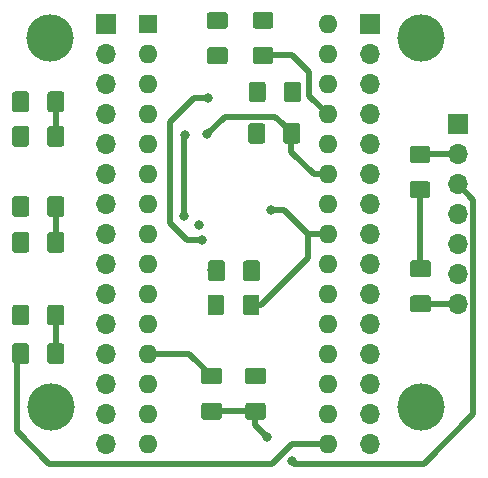
<source format=gbr>
G04 #@! TF.GenerationSoftware,KiCad,Pcbnew,5.0.2-bee76a0~70~ubuntu18.04.1*
G04 #@! TF.CreationDate,2019-01-29T19:41:14+01:00*
G04 #@! TF.ProjectId,ustepper_41_nano,75737465-7070-4657-925f-34315f6e616e,rev?*
G04 #@! TF.SameCoordinates,Original*
G04 #@! TF.FileFunction,Copper,L1,Top*
G04 #@! TF.FilePolarity,Positive*
%FSLAX46Y46*%
G04 Gerber Fmt 4.6, Leading zero omitted, Abs format (unit mm)*
G04 Created by KiCad (PCBNEW 5.0.2-bee76a0~70~ubuntu18.04.1) date mar 29 ene 2019 19:41:14 CET*
%MOMM*%
%LPD*%
G01*
G04 APERTURE LIST*
G04 #@! TA.AperFunction,ComponentPad*
%ADD10R,1.600000X1.600000*%
G04 #@! TD*
G04 #@! TA.AperFunction,ComponentPad*
%ADD11O,1.600000X1.600000*%
G04 #@! TD*
G04 #@! TA.AperFunction,Conductor*
%ADD12C,0.100000*%
G04 #@! TD*
G04 #@! TA.AperFunction,SMDPad,CuDef*
%ADD13C,1.425000*%
G04 #@! TD*
G04 #@! TA.AperFunction,ComponentPad*
%ADD14O,1.700000X1.700000*%
G04 #@! TD*
G04 #@! TA.AperFunction,ComponentPad*
%ADD15R,1.700000X1.700000*%
G04 #@! TD*
G04 #@! TA.AperFunction,ViaPad*
%ADD16C,4.000000*%
G04 #@! TD*
G04 #@! TA.AperFunction,ViaPad*
%ADD17C,0.800000*%
G04 #@! TD*
G04 #@! TA.AperFunction,Conductor*
%ADD18C,0.500000*%
G04 #@! TD*
G04 APERTURE END LIST*
D10*
G04 #@! TO.P,A1,1*
G04 #@! TO.N,D1-TXD*
X134878640Y-52441740D03*
D11*
G04 #@! TO.P,A1,17*
G04 #@! TO.N,17-3V3*
X150118640Y-85461740D03*
G04 #@! TO.P,A1,2*
G04 #@! TO.N,D0-RXD*
X134878640Y-54981740D03*
G04 #@! TO.P,A1,18*
G04 #@! TO.N,18-AREF*
X150118640Y-82921740D03*
G04 #@! TO.P,A1,3*
G04 #@! TO.N,3-RST*
X134878640Y-57521740D03*
G04 #@! TO.P,A1,19*
G04 #@! TO.N,A0-V*
X150118640Y-80381740D03*
G04 #@! TO.P,A1,4*
G04 #@! TO.N,29-GND*
X134878640Y-60061740D03*
G04 #@! TO.P,A1,20*
G04 #@! TO.N,A1-I*
X150118640Y-77841740D03*
G04 #@! TO.P,A1,5*
G04 #@! TO.N,D2-*
X134878640Y-62601740D03*
G04 #@! TO.P,A1,21*
G04 #@! TO.N,A2-VEL_DER*
X150118640Y-75301740D03*
G04 #@! TO.P,A1,6*
G04 #@! TO.N,D3-*
X134878640Y-65141740D03*
G04 #@! TO.P,A1,22*
G04 #@! TO.N,A3-VEL_IZQ*
X150118640Y-72761740D03*
G04 #@! TO.P,A1,7*
G04 #@! TO.N,D4-STEP*
X134878640Y-67681740D03*
G04 #@! TO.P,A1,23*
G04 #@! TO.N,A4-SDA*
X150118640Y-70221740D03*
G04 #@! TO.P,A1,8*
G04 #@! TO.N,D5-*
X134878640Y-70221740D03*
G04 #@! TO.P,A1,24*
G04 #@! TO.N,A5-SCL*
X150118640Y-67681740D03*
G04 #@! TO.P,A1,9*
G04 #@! TO.N,D6-*
X134878640Y-72761740D03*
G04 #@! TO.P,A1,25*
G04 #@! TO.N,A6-TEMP*
X150118640Y-65141740D03*
G04 #@! TO.P,A1,10*
G04 #@! TO.N,D7-DIR*
X134878640Y-75301740D03*
G04 #@! TO.P,A1,26*
G04 #@! TO.N,A7-ASA*
X150118640Y-62601740D03*
G04 #@! TO.P,A1,11*
G04 #@! TO.N,D8-ENA*
X134878640Y-77841740D03*
G04 #@! TO.P,A1,27*
G04 #@! TO.N,27-5V*
X150118640Y-60061740D03*
G04 #@! TO.P,A1,12*
G04 #@! TO.N,D9-PWM-OUT*
X134878640Y-80381740D03*
G04 #@! TO.P,A1,28*
G04 #@! TO.N,28-RST*
X150118640Y-57521740D03*
G04 #@! TO.P,A1,13*
G04 #@! TO.N,D10-*
X134878640Y-82921740D03*
G04 #@! TO.P,A1,29*
G04 #@! TO.N,29-GND*
X150118640Y-54981740D03*
G04 #@! TO.P,A1,14*
G04 #@! TO.N,D11-MS1*
X134878640Y-85461740D03*
G04 #@! TO.P,A1,30*
G04 #@! TO.N,30-VIN*
X150118640Y-52441740D03*
G04 #@! TO.P,A1,15*
G04 #@! TO.N,D12-MS2*
X134878640Y-88001740D03*
G04 #@! TO.P,A1,16*
G04 #@! TO.N,D13-MS3*
X150118640Y-88001740D03*
G04 #@! TD*
D12*
G04 #@! TO.N,A6-TEMP*
G04 #@! TO.C,C1*
G36*
X147556704Y-60836404D02*
X147580973Y-60840004D01*
X147604771Y-60845965D01*
X147627871Y-60854230D01*
X147650049Y-60864720D01*
X147671093Y-60877333D01*
X147690798Y-60891947D01*
X147708977Y-60908423D01*
X147725453Y-60926602D01*
X147740067Y-60946307D01*
X147752680Y-60967351D01*
X147763170Y-60989529D01*
X147771435Y-61012629D01*
X147777396Y-61036427D01*
X147780996Y-61060696D01*
X147782200Y-61085200D01*
X147782200Y-62335200D01*
X147780996Y-62359704D01*
X147777396Y-62383973D01*
X147771435Y-62407771D01*
X147763170Y-62430871D01*
X147752680Y-62453049D01*
X147740067Y-62474093D01*
X147725453Y-62493798D01*
X147708977Y-62511977D01*
X147690798Y-62528453D01*
X147671093Y-62543067D01*
X147650049Y-62555680D01*
X147627871Y-62566170D01*
X147604771Y-62574435D01*
X147580973Y-62580396D01*
X147556704Y-62583996D01*
X147532200Y-62585200D01*
X146607200Y-62585200D01*
X146582696Y-62583996D01*
X146558427Y-62580396D01*
X146534629Y-62574435D01*
X146511529Y-62566170D01*
X146489351Y-62555680D01*
X146468307Y-62543067D01*
X146448602Y-62528453D01*
X146430423Y-62511977D01*
X146413947Y-62493798D01*
X146399333Y-62474093D01*
X146386720Y-62453049D01*
X146376230Y-62430871D01*
X146367965Y-62407771D01*
X146362004Y-62383973D01*
X146358404Y-62359704D01*
X146357200Y-62335200D01*
X146357200Y-61085200D01*
X146358404Y-61060696D01*
X146362004Y-61036427D01*
X146367965Y-61012629D01*
X146376230Y-60989529D01*
X146386720Y-60967351D01*
X146399333Y-60946307D01*
X146413947Y-60926602D01*
X146430423Y-60908423D01*
X146448602Y-60891947D01*
X146468307Y-60877333D01*
X146489351Y-60864720D01*
X146511529Y-60854230D01*
X146534629Y-60845965D01*
X146558427Y-60840004D01*
X146582696Y-60836404D01*
X146607200Y-60835200D01*
X147532200Y-60835200D01*
X147556704Y-60836404D01*
X147556704Y-60836404D01*
G37*
D13*
G04 #@! TD*
G04 #@! TO.P,C1,1*
G04 #@! TO.N,A6-TEMP*
X147069700Y-61710200D03*
D12*
G04 #@! TO.N,29-GND*
G04 #@! TO.C,C1*
G36*
X144581704Y-60836404D02*
X144605973Y-60840004D01*
X144629771Y-60845965D01*
X144652871Y-60854230D01*
X144675049Y-60864720D01*
X144696093Y-60877333D01*
X144715798Y-60891947D01*
X144733977Y-60908423D01*
X144750453Y-60926602D01*
X144765067Y-60946307D01*
X144777680Y-60967351D01*
X144788170Y-60989529D01*
X144796435Y-61012629D01*
X144802396Y-61036427D01*
X144805996Y-61060696D01*
X144807200Y-61085200D01*
X144807200Y-62335200D01*
X144805996Y-62359704D01*
X144802396Y-62383973D01*
X144796435Y-62407771D01*
X144788170Y-62430871D01*
X144777680Y-62453049D01*
X144765067Y-62474093D01*
X144750453Y-62493798D01*
X144733977Y-62511977D01*
X144715798Y-62528453D01*
X144696093Y-62543067D01*
X144675049Y-62555680D01*
X144652871Y-62566170D01*
X144629771Y-62574435D01*
X144605973Y-62580396D01*
X144581704Y-62583996D01*
X144557200Y-62585200D01*
X143632200Y-62585200D01*
X143607696Y-62583996D01*
X143583427Y-62580396D01*
X143559629Y-62574435D01*
X143536529Y-62566170D01*
X143514351Y-62555680D01*
X143493307Y-62543067D01*
X143473602Y-62528453D01*
X143455423Y-62511977D01*
X143438947Y-62493798D01*
X143424333Y-62474093D01*
X143411720Y-62453049D01*
X143401230Y-62430871D01*
X143392965Y-62407771D01*
X143387004Y-62383973D01*
X143383404Y-62359704D01*
X143382200Y-62335200D01*
X143382200Y-61085200D01*
X143383404Y-61060696D01*
X143387004Y-61036427D01*
X143392965Y-61012629D01*
X143401230Y-60989529D01*
X143411720Y-60967351D01*
X143424333Y-60946307D01*
X143438947Y-60926602D01*
X143455423Y-60908423D01*
X143473602Y-60891947D01*
X143493307Y-60877333D01*
X143514351Y-60864720D01*
X143536529Y-60854230D01*
X143559629Y-60845965D01*
X143583427Y-60840004D01*
X143607696Y-60836404D01*
X143632200Y-60835200D01*
X144557200Y-60835200D01*
X144581704Y-60836404D01*
X144581704Y-60836404D01*
G37*
D13*
G04 #@! TD*
G04 #@! TO.P,C1,2*
G04 #@! TO.N,29-GND*
X144094700Y-61710200D03*
D12*
G04 #@! TO.N,27-5V*
G04 #@! TO.C,C2*
G36*
X145274124Y-54391424D02*
X145298393Y-54395024D01*
X145322191Y-54400985D01*
X145345291Y-54409250D01*
X145367469Y-54419740D01*
X145388513Y-54432353D01*
X145408218Y-54446967D01*
X145426397Y-54463443D01*
X145442873Y-54481622D01*
X145457487Y-54501327D01*
X145470100Y-54522371D01*
X145480590Y-54544549D01*
X145488855Y-54567649D01*
X145494816Y-54591447D01*
X145498416Y-54615716D01*
X145499620Y-54640220D01*
X145499620Y-55565220D01*
X145498416Y-55589724D01*
X145494816Y-55613993D01*
X145488855Y-55637791D01*
X145480590Y-55660891D01*
X145470100Y-55683069D01*
X145457487Y-55704113D01*
X145442873Y-55723818D01*
X145426397Y-55741997D01*
X145408218Y-55758473D01*
X145388513Y-55773087D01*
X145367469Y-55785700D01*
X145345291Y-55796190D01*
X145322191Y-55804455D01*
X145298393Y-55810416D01*
X145274124Y-55814016D01*
X145249620Y-55815220D01*
X143999620Y-55815220D01*
X143975116Y-55814016D01*
X143950847Y-55810416D01*
X143927049Y-55804455D01*
X143903949Y-55796190D01*
X143881771Y-55785700D01*
X143860727Y-55773087D01*
X143841022Y-55758473D01*
X143822843Y-55741997D01*
X143806367Y-55723818D01*
X143791753Y-55704113D01*
X143779140Y-55683069D01*
X143768650Y-55660891D01*
X143760385Y-55637791D01*
X143754424Y-55613993D01*
X143750824Y-55589724D01*
X143749620Y-55565220D01*
X143749620Y-54640220D01*
X143750824Y-54615716D01*
X143754424Y-54591447D01*
X143760385Y-54567649D01*
X143768650Y-54544549D01*
X143779140Y-54522371D01*
X143791753Y-54501327D01*
X143806367Y-54481622D01*
X143822843Y-54463443D01*
X143841022Y-54446967D01*
X143860727Y-54432353D01*
X143881771Y-54419740D01*
X143903949Y-54409250D01*
X143927049Y-54400985D01*
X143950847Y-54395024D01*
X143975116Y-54391424D01*
X143999620Y-54390220D01*
X145249620Y-54390220D01*
X145274124Y-54391424D01*
X145274124Y-54391424D01*
G37*
D13*
G04 #@! TD*
G04 #@! TO.P,C2,1*
G04 #@! TO.N,27-5V*
X144624620Y-55102720D03*
D12*
G04 #@! TO.N,29-GND*
G04 #@! TO.C,C2*
G36*
X145274124Y-51416424D02*
X145298393Y-51420024D01*
X145322191Y-51425985D01*
X145345291Y-51434250D01*
X145367469Y-51444740D01*
X145388513Y-51457353D01*
X145408218Y-51471967D01*
X145426397Y-51488443D01*
X145442873Y-51506622D01*
X145457487Y-51526327D01*
X145470100Y-51547371D01*
X145480590Y-51569549D01*
X145488855Y-51592649D01*
X145494816Y-51616447D01*
X145498416Y-51640716D01*
X145499620Y-51665220D01*
X145499620Y-52590220D01*
X145498416Y-52614724D01*
X145494816Y-52638993D01*
X145488855Y-52662791D01*
X145480590Y-52685891D01*
X145470100Y-52708069D01*
X145457487Y-52729113D01*
X145442873Y-52748818D01*
X145426397Y-52766997D01*
X145408218Y-52783473D01*
X145388513Y-52798087D01*
X145367469Y-52810700D01*
X145345291Y-52821190D01*
X145322191Y-52829455D01*
X145298393Y-52835416D01*
X145274124Y-52839016D01*
X145249620Y-52840220D01*
X143999620Y-52840220D01*
X143975116Y-52839016D01*
X143950847Y-52835416D01*
X143927049Y-52829455D01*
X143903949Y-52821190D01*
X143881771Y-52810700D01*
X143860727Y-52798087D01*
X143841022Y-52783473D01*
X143822843Y-52766997D01*
X143806367Y-52748818D01*
X143791753Y-52729113D01*
X143779140Y-52708069D01*
X143768650Y-52685891D01*
X143760385Y-52662791D01*
X143754424Y-52638993D01*
X143750824Y-52614724D01*
X143749620Y-52590220D01*
X143749620Y-51665220D01*
X143750824Y-51640716D01*
X143754424Y-51616447D01*
X143760385Y-51592649D01*
X143768650Y-51569549D01*
X143779140Y-51547371D01*
X143791753Y-51526327D01*
X143806367Y-51506622D01*
X143822843Y-51488443D01*
X143841022Y-51471967D01*
X143860727Y-51457353D01*
X143881771Y-51444740D01*
X143903949Y-51434250D01*
X143927049Y-51425985D01*
X143950847Y-51420024D01*
X143975116Y-51416424D01*
X143999620Y-51415220D01*
X145249620Y-51415220D01*
X145274124Y-51416424D01*
X145274124Y-51416424D01*
G37*
D13*
G04 #@! TD*
G04 #@! TO.P,C2,2*
G04 #@! TO.N,29-GND*
X144624620Y-52127720D03*
D12*
G04 #@! TO.N,29-GND*
G04 #@! TO.C,C3*
G36*
X141415864Y-51446904D02*
X141440133Y-51450504D01*
X141463931Y-51456465D01*
X141487031Y-51464730D01*
X141509209Y-51475220D01*
X141530253Y-51487833D01*
X141549958Y-51502447D01*
X141568137Y-51518923D01*
X141584613Y-51537102D01*
X141599227Y-51556807D01*
X141611840Y-51577851D01*
X141622330Y-51600029D01*
X141630595Y-51623129D01*
X141636556Y-51646927D01*
X141640156Y-51671196D01*
X141641360Y-51695700D01*
X141641360Y-52620700D01*
X141640156Y-52645204D01*
X141636556Y-52669473D01*
X141630595Y-52693271D01*
X141622330Y-52716371D01*
X141611840Y-52738549D01*
X141599227Y-52759593D01*
X141584613Y-52779298D01*
X141568137Y-52797477D01*
X141549958Y-52813953D01*
X141530253Y-52828567D01*
X141509209Y-52841180D01*
X141487031Y-52851670D01*
X141463931Y-52859935D01*
X141440133Y-52865896D01*
X141415864Y-52869496D01*
X141391360Y-52870700D01*
X140141360Y-52870700D01*
X140116856Y-52869496D01*
X140092587Y-52865896D01*
X140068789Y-52859935D01*
X140045689Y-52851670D01*
X140023511Y-52841180D01*
X140002467Y-52828567D01*
X139982762Y-52813953D01*
X139964583Y-52797477D01*
X139948107Y-52779298D01*
X139933493Y-52759593D01*
X139920880Y-52738549D01*
X139910390Y-52716371D01*
X139902125Y-52693271D01*
X139896164Y-52669473D01*
X139892564Y-52645204D01*
X139891360Y-52620700D01*
X139891360Y-51695700D01*
X139892564Y-51671196D01*
X139896164Y-51646927D01*
X139902125Y-51623129D01*
X139910390Y-51600029D01*
X139920880Y-51577851D01*
X139933493Y-51556807D01*
X139948107Y-51537102D01*
X139964583Y-51518923D01*
X139982762Y-51502447D01*
X140002467Y-51487833D01*
X140023511Y-51475220D01*
X140045689Y-51464730D01*
X140068789Y-51456465D01*
X140092587Y-51450504D01*
X140116856Y-51446904D01*
X140141360Y-51445700D01*
X141391360Y-51445700D01*
X141415864Y-51446904D01*
X141415864Y-51446904D01*
G37*
D13*
G04 #@! TD*
G04 #@! TO.P,C3,2*
G04 #@! TO.N,29-GND*
X140766360Y-52158200D03*
D12*
G04 #@! TO.N,Net-(C3-Pad1)*
G04 #@! TO.C,C3*
G36*
X141415864Y-54421904D02*
X141440133Y-54425504D01*
X141463931Y-54431465D01*
X141487031Y-54439730D01*
X141509209Y-54450220D01*
X141530253Y-54462833D01*
X141549958Y-54477447D01*
X141568137Y-54493923D01*
X141584613Y-54512102D01*
X141599227Y-54531807D01*
X141611840Y-54552851D01*
X141622330Y-54575029D01*
X141630595Y-54598129D01*
X141636556Y-54621927D01*
X141640156Y-54646196D01*
X141641360Y-54670700D01*
X141641360Y-55595700D01*
X141640156Y-55620204D01*
X141636556Y-55644473D01*
X141630595Y-55668271D01*
X141622330Y-55691371D01*
X141611840Y-55713549D01*
X141599227Y-55734593D01*
X141584613Y-55754298D01*
X141568137Y-55772477D01*
X141549958Y-55788953D01*
X141530253Y-55803567D01*
X141509209Y-55816180D01*
X141487031Y-55826670D01*
X141463931Y-55834935D01*
X141440133Y-55840896D01*
X141415864Y-55844496D01*
X141391360Y-55845700D01*
X140141360Y-55845700D01*
X140116856Y-55844496D01*
X140092587Y-55840896D01*
X140068789Y-55834935D01*
X140045689Y-55826670D01*
X140023511Y-55816180D01*
X140002467Y-55803567D01*
X139982762Y-55788953D01*
X139964583Y-55772477D01*
X139948107Y-55754298D01*
X139933493Y-55734593D01*
X139920880Y-55713549D01*
X139910390Y-55691371D01*
X139902125Y-55668271D01*
X139896164Y-55644473D01*
X139892564Y-55620204D01*
X139891360Y-55595700D01*
X139891360Y-54670700D01*
X139892564Y-54646196D01*
X139896164Y-54621927D01*
X139902125Y-54598129D01*
X139910390Y-54575029D01*
X139920880Y-54552851D01*
X139933493Y-54531807D01*
X139948107Y-54512102D01*
X139964583Y-54493923D01*
X139982762Y-54477447D01*
X140002467Y-54462833D01*
X140023511Y-54450220D01*
X140045689Y-54439730D01*
X140068789Y-54431465D01*
X140092587Y-54425504D01*
X140116856Y-54421904D01*
X140141360Y-54420700D01*
X141391360Y-54420700D01*
X141415864Y-54421904D01*
X141415864Y-54421904D01*
G37*
D13*
G04 #@! TD*
G04 #@! TO.P,C3,1*
G04 #@! TO.N,Net-(C3-Pad1)*
X140766360Y-55133200D03*
D12*
G04 #@! TO.N,29-GND*
G04 #@! TO.C,C4*
G36*
X144649284Y-81543364D02*
X144673553Y-81546964D01*
X144697351Y-81552925D01*
X144720451Y-81561190D01*
X144742629Y-81571680D01*
X144763673Y-81584293D01*
X144783378Y-81598907D01*
X144801557Y-81615383D01*
X144818033Y-81633562D01*
X144832647Y-81653267D01*
X144845260Y-81674311D01*
X144855750Y-81696489D01*
X144864015Y-81719589D01*
X144869976Y-81743387D01*
X144873576Y-81767656D01*
X144874780Y-81792160D01*
X144874780Y-82717160D01*
X144873576Y-82741664D01*
X144869976Y-82765933D01*
X144864015Y-82789731D01*
X144855750Y-82812831D01*
X144845260Y-82835009D01*
X144832647Y-82856053D01*
X144818033Y-82875758D01*
X144801557Y-82893937D01*
X144783378Y-82910413D01*
X144763673Y-82925027D01*
X144742629Y-82937640D01*
X144720451Y-82948130D01*
X144697351Y-82956395D01*
X144673553Y-82962356D01*
X144649284Y-82965956D01*
X144624780Y-82967160D01*
X143374780Y-82967160D01*
X143350276Y-82965956D01*
X143326007Y-82962356D01*
X143302209Y-82956395D01*
X143279109Y-82948130D01*
X143256931Y-82937640D01*
X143235887Y-82925027D01*
X143216182Y-82910413D01*
X143198003Y-82893937D01*
X143181527Y-82875758D01*
X143166913Y-82856053D01*
X143154300Y-82835009D01*
X143143810Y-82812831D01*
X143135545Y-82789731D01*
X143129584Y-82765933D01*
X143125984Y-82741664D01*
X143124780Y-82717160D01*
X143124780Y-81792160D01*
X143125984Y-81767656D01*
X143129584Y-81743387D01*
X143135545Y-81719589D01*
X143143810Y-81696489D01*
X143154300Y-81674311D01*
X143166913Y-81653267D01*
X143181527Y-81633562D01*
X143198003Y-81615383D01*
X143216182Y-81598907D01*
X143235887Y-81584293D01*
X143256931Y-81571680D01*
X143279109Y-81561190D01*
X143302209Y-81552925D01*
X143326007Y-81546964D01*
X143350276Y-81543364D01*
X143374780Y-81542160D01*
X144624780Y-81542160D01*
X144649284Y-81543364D01*
X144649284Y-81543364D01*
G37*
D13*
G04 #@! TD*
G04 #@! TO.P,C4,2*
G04 #@! TO.N,29-GND*
X143999780Y-82254660D03*
D12*
G04 #@! TO.N,AN-OUT*
G04 #@! TO.C,C4*
G36*
X144649284Y-84518364D02*
X144673553Y-84521964D01*
X144697351Y-84527925D01*
X144720451Y-84536190D01*
X144742629Y-84546680D01*
X144763673Y-84559293D01*
X144783378Y-84573907D01*
X144801557Y-84590383D01*
X144818033Y-84608562D01*
X144832647Y-84628267D01*
X144845260Y-84649311D01*
X144855750Y-84671489D01*
X144864015Y-84694589D01*
X144869976Y-84718387D01*
X144873576Y-84742656D01*
X144874780Y-84767160D01*
X144874780Y-85692160D01*
X144873576Y-85716664D01*
X144869976Y-85740933D01*
X144864015Y-85764731D01*
X144855750Y-85787831D01*
X144845260Y-85810009D01*
X144832647Y-85831053D01*
X144818033Y-85850758D01*
X144801557Y-85868937D01*
X144783378Y-85885413D01*
X144763673Y-85900027D01*
X144742629Y-85912640D01*
X144720451Y-85923130D01*
X144697351Y-85931395D01*
X144673553Y-85937356D01*
X144649284Y-85940956D01*
X144624780Y-85942160D01*
X143374780Y-85942160D01*
X143350276Y-85940956D01*
X143326007Y-85937356D01*
X143302209Y-85931395D01*
X143279109Y-85923130D01*
X143256931Y-85912640D01*
X143235887Y-85900027D01*
X143216182Y-85885413D01*
X143198003Y-85868937D01*
X143181527Y-85850758D01*
X143166913Y-85831053D01*
X143154300Y-85810009D01*
X143143810Y-85787831D01*
X143135545Y-85764731D01*
X143129584Y-85740933D01*
X143125984Y-85716664D01*
X143124780Y-85692160D01*
X143124780Y-84767160D01*
X143125984Y-84742656D01*
X143129584Y-84718387D01*
X143135545Y-84694589D01*
X143143810Y-84671489D01*
X143154300Y-84649311D01*
X143166913Y-84628267D01*
X143181527Y-84608562D01*
X143198003Y-84590383D01*
X143216182Y-84573907D01*
X143235887Y-84559293D01*
X143256931Y-84546680D01*
X143279109Y-84536190D01*
X143302209Y-84527925D01*
X143326007Y-84521964D01*
X143350276Y-84518364D01*
X143374780Y-84517160D01*
X144624780Y-84517160D01*
X144649284Y-84518364D01*
X144649284Y-84518364D01*
G37*
D13*
G04 #@! TD*
G04 #@! TO.P,C4,1*
G04 #@! TO.N,AN-OUT*
X143999780Y-85229660D03*
D12*
G04 #@! TO.N,Net-(D1-Pad2)*
G04 #@! TO.C,D1*
G36*
X127577064Y-58159244D02*
X127601333Y-58162844D01*
X127625131Y-58168805D01*
X127648231Y-58177070D01*
X127670409Y-58187560D01*
X127691453Y-58200173D01*
X127711158Y-58214787D01*
X127729337Y-58231263D01*
X127745813Y-58249442D01*
X127760427Y-58269147D01*
X127773040Y-58290191D01*
X127783530Y-58312369D01*
X127791795Y-58335469D01*
X127797756Y-58359267D01*
X127801356Y-58383536D01*
X127802560Y-58408040D01*
X127802560Y-59658040D01*
X127801356Y-59682544D01*
X127797756Y-59706813D01*
X127791795Y-59730611D01*
X127783530Y-59753711D01*
X127773040Y-59775889D01*
X127760427Y-59796933D01*
X127745813Y-59816638D01*
X127729337Y-59834817D01*
X127711158Y-59851293D01*
X127691453Y-59865907D01*
X127670409Y-59878520D01*
X127648231Y-59889010D01*
X127625131Y-59897275D01*
X127601333Y-59903236D01*
X127577064Y-59906836D01*
X127552560Y-59908040D01*
X126627560Y-59908040D01*
X126603056Y-59906836D01*
X126578787Y-59903236D01*
X126554989Y-59897275D01*
X126531889Y-59889010D01*
X126509711Y-59878520D01*
X126488667Y-59865907D01*
X126468962Y-59851293D01*
X126450783Y-59834817D01*
X126434307Y-59816638D01*
X126419693Y-59796933D01*
X126407080Y-59775889D01*
X126396590Y-59753711D01*
X126388325Y-59730611D01*
X126382364Y-59706813D01*
X126378764Y-59682544D01*
X126377560Y-59658040D01*
X126377560Y-58408040D01*
X126378764Y-58383536D01*
X126382364Y-58359267D01*
X126388325Y-58335469D01*
X126396590Y-58312369D01*
X126407080Y-58290191D01*
X126419693Y-58269147D01*
X126434307Y-58249442D01*
X126450783Y-58231263D01*
X126468962Y-58214787D01*
X126488667Y-58200173D01*
X126509711Y-58187560D01*
X126531889Y-58177070D01*
X126554989Y-58168805D01*
X126578787Y-58162844D01*
X126603056Y-58159244D01*
X126627560Y-58158040D01*
X127552560Y-58158040D01*
X127577064Y-58159244D01*
X127577064Y-58159244D01*
G37*
D13*
G04 #@! TD*
G04 #@! TO.P,D1,2*
G04 #@! TO.N,Net-(D1-Pad2)*
X127090060Y-59033040D03*
D12*
G04 #@! TO.N,29-GND*
G04 #@! TO.C,D1*
G36*
X124602064Y-58159244D02*
X124626333Y-58162844D01*
X124650131Y-58168805D01*
X124673231Y-58177070D01*
X124695409Y-58187560D01*
X124716453Y-58200173D01*
X124736158Y-58214787D01*
X124754337Y-58231263D01*
X124770813Y-58249442D01*
X124785427Y-58269147D01*
X124798040Y-58290191D01*
X124808530Y-58312369D01*
X124816795Y-58335469D01*
X124822756Y-58359267D01*
X124826356Y-58383536D01*
X124827560Y-58408040D01*
X124827560Y-59658040D01*
X124826356Y-59682544D01*
X124822756Y-59706813D01*
X124816795Y-59730611D01*
X124808530Y-59753711D01*
X124798040Y-59775889D01*
X124785427Y-59796933D01*
X124770813Y-59816638D01*
X124754337Y-59834817D01*
X124736158Y-59851293D01*
X124716453Y-59865907D01*
X124695409Y-59878520D01*
X124673231Y-59889010D01*
X124650131Y-59897275D01*
X124626333Y-59903236D01*
X124602064Y-59906836D01*
X124577560Y-59908040D01*
X123652560Y-59908040D01*
X123628056Y-59906836D01*
X123603787Y-59903236D01*
X123579989Y-59897275D01*
X123556889Y-59889010D01*
X123534711Y-59878520D01*
X123513667Y-59865907D01*
X123493962Y-59851293D01*
X123475783Y-59834817D01*
X123459307Y-59816638D01*
X123444693Y-59796933D01*
X123432080Y-59775889D01*
X123421590Y-59753711D01*
X123413325Y-59730611D01*
X123407364Y-59706813D01*
X123403764Y-59682544D01*
X123402560Y-59658040D01*
X123402560Y-58408040D01*
X123403764Y-58383536D01*
X123407364Y-58359267D01*
X123413325Y-58335469D01*
X123421590Y-58312369D01*
X123432080Y-58290191D01*
X123444693Y-58269147D01*
X123459307Y-58249442D01*
X123475783Y-58231263D01*
X123493962Y-58214787D01*
X123513667Y-58200173D01*
X123534711Y-58187560D01*
X123556889Y-58177070D01*
X123579989Y-58168805D01*
X123603787Y-58162844D01*
X123628056Y-58159244D01*
X123652560Y-58158040D01*
X124577560Y-58158040D01*
X124602064Y-58159244D01*
X124602064Y-58159244D01*
G37*
D13*
G04 #@! TD*
G04 #@! TO.P,D1,1*
G04 #@! TO.N,29-GND*
X124115060Y-59033040D03*
D12*
G04 #@! TO.N,29-GND*
G04 #@! TO.C,D2*
G36*
X124602064Y-67028924D02*
X124626333Y-67032524D01*
X124650131Y-67038485D01*
X124673231Y-67046750D01*
X124695409Y-67057240D01*
X124716453Y-67069853D01*
X124736158Y-67084467D01*
X124754337Y-67100943D01*
X124770813Y-67119122D01*
X124785427Y-67138827D01*
X124798040Y-67159871D01*
X124808530Y-67182049D01*
X124816795Y-67205149D01*
X124822756Y-67228947D01*
X124826356Y-67253216D01*
X124827560Y-67277720D01*
X124827560Y-68527720D01*
X124826356Y-68552224D01*
X124822756Y-68576493D01*
X124816795Y-68600291D01*
X124808530Y-68623391D01*
X124798040Y-68645569D01*
X124785427Y-68666613D01*
X124770813Y-68686318D01*
X124754337Y-68704497D01*
X124736158Y-68720973D01*
X124716453Y-68735587D01*
X124695409Y-68748200D01*
X124673231Y-68758690D01*
X124650131Y-68766955D01*
X124626333Y-68772916D01*
X124602064Y-68776516D01*
X124577560Y-68777720D01*
X123652560Y-68777720D01*
X123628056Y-68776516D01*
X123603787Y-68772916D01*
X123579989Y-68766955D01*
X123556889Y-68758690D01*
X123534711Y-68748200D01*
X123513667Y-68735587D01*
X123493962Y-68720973D01*
X123475783Y-68704497D01*
X123459307Y-68686318D01*
X123444693Y-68666613D01*
X123432080Y-68645569D01*
X123421590Y-68623391D01*
X123413325Y-68600291D01*
X123407364Y-68576493D01*
X123403764Y-68552224D01*
X123402560Y-68527720D01*
X123402560Y-67277720D01*
X123403764Y-67253216D01*
X123407364Y-67228947D01*
X123413325Y-67205149D01*
X123421590Y-67182049D01*
X123432080Y-67159871D01*
X123444693Y-67138827D01*
X123459307Y-67119122D01*
X123475783Y-67100943D01*
X123493962Y-67084467D01*
X123513667Y-67069853D01*
X123534711Y-67057240D01*
X123556889Y-67046750D01*
X123579989Y-67038485D01*
X123603787Y-67032524D01*
X123628056Y-67028924D01*
X123652560Y-67027720D01*
X124577560Y-67027720D01*
X124602064Y-67028924D01*
X124602064Y-67028924D01*
G37*
D13*
G04 #@! TD*
G04 #@! TO.P,D2,1*
G04 #@! TO.N,29-GND*
X124115060Y-67902720D03*
D12*
G04 #@! TO.N,Net-(D2-Pad2)*
G04 #@! TO.C,D2*
G36*
X127577064Y-67028924D02*
X127601333Y-67032524D01*
X127625131Y-67038485D01*
X127648231Y-67046750D01*
X127670409Y-67057240D01*
X127691453Y-67069853D01*
X127711158Y-67084467D01*
X127729337Y-67100943D01*
X127745813Y-67119122D01*
X127760427Y-67138827D01*
X127773040Y-67159871D01*
X127783530Y-67182049D01*
X127791795Y-67205149D01*
X127797756Y-67228947D01*
X127801356Y-67253216D01*
X127802560Y-67277720D01*
X127802560Y-68527720D01*
X127801356Y-68552224D01*
X127797756Y-68576493D01*
X127791795Y-68600291D01*
X127783530Y-68623391D01*
X127773040Y-68645569D01*
X127760427Y-68666613D01*
X127745813Y-68686318D01*
X127729337Y-68704497D01*
X127711158Y-68720973D01*
X127691453Y-68735587D01*
X127670409Y-68748200D01*
X127648231Y-68758690D01*
X127625131Y-68766955D01*
X127601333Y-68772916D01*
X127577064Y-68776516D01*
X127552560Y-68777720D01*
X126627560Y-68777720D01*
X126603056Y-68776516D01*
X126578787Y-68772916D01*
X126554989Y-68766955D01*
X126531889Y-68758690D01*
X126509711Y-68748200D01*
X126488667Y-68735587D01*
X126468962Y-68720973D01*
X126450783Y-68704497D01*
X126434307Y-68686318D01*
X126419693Y-68666613D01*
X126407080Y-68645569D01*
X126396590Y-68623391D01*
X126388325Y-68600291D01*
X126382364Y-68576493D01*
X126378764Y-68552224D01*
X126377560Y-68527720D01*
X126377560Y-67277720D01*
X126378764Y-67253216D01*
X126382364Y-67228947D01*
X126388325Y-67205149D01*
X126396590Y-67182049D01*
X126407080Y-67159871D01*
X126419693Y-67138827D01*
X126434307Y-67119122D01*
X126450783Y-67100943D01*
X126468962Y-67084467D01*
X126488667Y-67069853D01*
X126509711Y-67057240D01*
X126531889Y-67046750D01*
X126554989Y-67038485D01*
X126578787Y-67032524D01*
X126603056Y-67028924D01*
X126627560Y-67027720D01*
X127552560Y-67027720D01*
X127577064Y-67028924D01*
X127577064Y-67028924D01*
G37*
D13*
G04 #@! TD*
G04 #@! TO.P,D2,2*
G04 #@! TO.N,Net-(D2-Pad2)*
X127090060Y-67902720D03*
D12*
G04 #@! TO.N,29-GND*
G04 #@! TO.C,D3*
G36*
X124602064Y-76226264D02*
X124626333Y-76229864D01*
X124650131Y-76235825D01*
X124673231Y-76244090D01*
X124695409Y-76254580D01*
X124716453Y-76267193D01*
X124736158Y-76281807D01*
X124754337Y-76298283D01*
X124770813Y-76316462D01*
X124785427Y-76336167D01*
X124798040Y-76357211D01*
X124808530Y-76379389D01*
X124816795Y-76402489D01*
X124822756Y-76426287D01*
X124826356Y-76450556D01*
X124827560Y-76475060D01*
X124827560Y-77725060D01*
X124826356Y-77749564D01*
X124822756Y-77773833D01*
X124816795Y-77797631D01*
X124808530Y-77820731D01*
X124798040Y-77842909D01*
X124785427Y-77863953D01*
X124770813Y-77883658D01*
X124754337Y-77901837D01*
X124736158Y-77918313D01*
X124716453Y-77932927D01*
X124695409Y-77945540D01*
X124673231Y-77956030D01*
X124650131Y-77964295D01*
X124626333Y-77970256D01*
X124602064Y-77973856D01*
X124577560Y-77975060D01*
X123652560Y-77975060D01*
X123628056Y-77973856D01*
X123603787Y-77970256D01*
X123579989Y-77964295D01*
X123556889Y-77956030D01*
X123534711Y-77945540D01*
X123513667Y-77932927D01*
X123493962Y-77918313D01*
X123475783Y-77901837D01*
X123459307Y-77883658D01*
X123444693Y-77863953D01*
X123432080Y-77842909D01*
X123421590Y-77820731D01*
X123413325Y-77797631D01*
X123407364Y-77773833D01*
X123403764Y-77749564D01*
X123402560Y-77725060D01*
X123402560Y-76475060D01*
X123403764Y-76450556D01*
X123407364Y-76426287D01*
X123413325Y-76402489D01*
X123421590Y-76379389D01*
X123432080Y-76357211D01*
X123444693Y-76336167D01*
X123459307Y-76316462D01*
X123475783Y-76298283D01*
X123493962Y-76281807D01*
X123513667Y-76267193D01*
X123534711Y-76254580D01*
X123556889Y-76244090D01*
X123579989Y-76235825D01*
X123603787Y-76229864D01*
X123628056Y-76226264D01*
X123652560Y-76225060D01*
X124577560Y-76225060D01*
X124602064Y-76226264D01*
X124602064Y-76226264D01*
G37*
D13*
G04 #@! TD*
G04 #@! TO.P,D3,1*
G04 #@! TO.N,29-GND*
X124115060Y-77100060D03*
D12*
G04 #@! TO.N,Net-(D3-Pad2)*
G04 #@! TO.C,D3*
G36*
X127577064Y-76226264D02*
X127601333Y-76229864D01*
X127625131Y-76235825D01*
X127648231Y-76244090D01*
X127670409Y-76254580D01*
X127691453Y-76267193D01*
X127711158Y-76281807D01*
X127729337Y-76298283D01*
X127745813Y-76316462D01*
X127760427Y-76336167D01*
X127773040Y-76357211D01*
X127783530Y-76379389D01*
X127791795Y-76402489D01*
X127797756Y-76426287D01*
X127801356Y-76450556D01*
X127802560Y-76475060D01*
X127802560Y-77725060D01*
X127801356Y-77749564D01*
X127797756Y-77773833D01*
X127791795Y-77797631D01*
X127783530Y-77820731D01*
X127773040Y-77842909D01*
X127760427Y-77863953D01*
X127745813Y-77883658D01*
X127729337Y-77901837D01*
X127711158Y-77918313D01*
X127691453Y-77932927D01*
X127670409Y-77945540D01*
X127648231Y-77956030D01*
X127625131Y-77964295D01*
X127601333Y-77970256D01*
X127577064Y-77973856D01*
X127552560Y-77975060D01*
X126627560Y-77975060D01*
X126603056Y-77973856D01*
X126578787Y-77970256D01*
X126554989Y-77964295D01*
X126531889Y-77956030D01*
X126509711Y-77945540D01*
X126488667Y-77932927D01*
X126468962Y-77918313D01*
X126450783Y-77901837D01*
X126434307Y-77883658D01*
X126419693Y-77863953D01*
X126407080Y-77842909D01*
X126396590Y-77820731D01*
X126388325Y-77797631D01*
X126382364Y-77773833D01*
X126378764Y-77749564D01*
X126377560Y-77725060D01*
X126377560Y-76475060D01*
X126378764Y-76450556D01*
X126382364Y-76426287D01*
X126388325Y-76402489D01*
X126396590Y-76379389D01*
X126407080Y-76357211D01*
X126419693Y-76336167D01*
X126434307Y-76316462D01*
X126450783Y-76298283D01*
X126468962Y-76281807D01*
X126488667Y-76267193D01*
X126509711Y-76254580D01*
X126531889Y-76244090D01*
X126554989Y-76235825D01*
X126578787Y-76229864D01*
X126603056Y-76226264D01*
X126627560Y-76225060D01*
X127552560Y-76225060D01*
X127577064Y-76226264D01*
X127577064Y-76226264D01*
G37*
D13*
G04 #@! TD*
G04 #@! TO.P,D3,2*
G04 #@! TO.N,Net-(D3-Pad2)*
X127090060Y-77100060D03*
D14*
G04 #@! TO.P,J1,15*
G04 #@! TO.N,D12-MS2*
X131315020Y-88004280D03*
G04 #@! TO.P,J1,14*
G04 #@! TO.N,D11-MS1*
X131315020Y-85464280D03*
G04 #@! TO.P,J1,13*
G04 #@! TO.N,D10-*
X131315020Y-82924280D03*
G04 #@! TO.P,J1,12*
G04 #@! TO.N,D9-PWM-OUT*
X131315020Y-80384280D03*
G04 #@! TO.P,J1,11*
G04 #@! TO.N,D8-ENA*
X131315020Y-77844280D03*
G04 #@! TO.P,J1,10*
G04 #@! TO.N,D7-DIR*
X131315020Y-75304280D03*
G04 #@! TO.P,J1,9*
G04 #@! TO.N,D6-*
X131315020Y-72764280D03*
G04 #@! TO.P,J1,8*
G04 #@! TO.N,D5-*
X131315020Y-70224280D03*
G04 #@! TO.P,J1,7*
G04 #@! TO.N,D4-STEP*
X131315020Y-67684280D03*
G04 #@! TO.P,J1,6*
G04 #@! TO.N,D3-*
X131315020Y-65144280D03*
G04 #@! TO.P,J1,5*
G04 #@! TO.N,D2-*
X131315020Y-62604280D03*
G04 #@! TO.P,J1,4*
G04 #@! TO.N,29-GND*
X131315020Y-60064280D03*
G04 #@! TO.P,J1,3*
G04 #@! TO.N,3-RST*
X131315020Y-57524280D03*
G04 #@! TO.P,J1,2*
G04 #@! TO.N,D0-RXD*
X131315020Y-54984280D03*
D15*
G04 #@! TO.P,J1,1*
G04 #@! TO.N,D1-TXD*
X131315020Y-52444280D03*
G04 #@! TD*
G04 #@! TO.P,J3,1*
G04 #@! TO.N,30-VIN*
X153720360Y-52454440D03*
D14*
G04 #@! TO.P,J3,2*
G04 #@! TO.N,29-GND*
X153720360Y-54994440D03*
G04 #@! TO.P,J3,3*
G04 #@! TO.N,28-RST*
X153720360Y-57534440D03*
G04 #@! TO.P,J3,4*
G04 #@! TO.N,27-5V*
X153720360Y-60074440D03*
G04 #@! TO.P,J3,5*
G04 #@! TO.N,A7-ASA*
X153720360Y-62614440D03*
G04 #@! TO.P,J3,6*
G04 #@! TO.N,A6-TEMP*
X153720360Y-65154440D03*
G04 #@! TO.P,J3,7*
G04 #@! TO.N,A5-SCL*
X153720360Y-67694440D03*
G04 #@! TO.P,J3,8*
G04 #@! TO.N,A4-SDA*
X153720360Y-70234440D03*
G04 #@! TO.P,J3,9*
G04 #@! TO.N,A3-VEL_IZQ*
X153720360Y-72774440D03*
G04 #@! TO.P,J3,10*
G04 #@! TO.N,A2-VEL_DER*
X153720360Y-75314440D03*
G04 #@! TO.P,J3,11*
G04 #@! TO.N,A1-I*
X153720360Y-77854440D03*
G04 #@! TO.P,J3,12*
G04 #@! TO.N,A0-V*
X153720360Y-80394440D03*
G04 #@! TO.P,J3,13*
G04 #@! TO.N,18-AREF*
X153720360Y-82934440D03*
G04 #@! TO.P,J3,14*
G04 #@! TO.N,17-3V3*
X153720360Y-85474440D03*
G04 #@! TO.P,J3,15*
G04 #@! TO.N,D13-MS3*
X153720360Y-88014440D03*
G04 #@! TD*
D15*
G04 #@! TO.P,J5,1*
G04 #@! TO.N,27-5V*
X161154940Y-60943120D03*
D14*
G04 #@! TO.P,J5,2*
G04 #@! TO.N,AIN-10V*
X161154940Y-63483120D03*
G04 #@! TO.P,J5,3*
G04 #@! TO.N,AN-OUT*
X161154940Y-66023120D03*
G04 #@! TO.P,J5,4*
G04 #@! TO.N,A7-ASA*
X161154940Y-68563120D03*
G04 #@! TO.P,J5,5*
G04 #@! TO.N,27-5V*
X161154940Y-71103120D03*
G04 #@! TO.P,J5,6*
G04 #@! TO.N,A6-TEMP*
X161154940Y-73643120D03*
G04 #@! TO.P,J5,7*
G04 #@! TO.N,29-GND*
X161154940Y-76183120D03*
G04 #@! TD*
D12*
G04 #@! TO.N,AIN-10V*
G04 #@! TO.C,R1*
G36*
X158568484Y-62782924D02*
X158592753Y-62786524D01*
X158616551Y-62792485D01*
X158639651Y-62800750D01*
X158661829Y-62811240D01*
X158682873Y-62823853D01*
X158702578Y-62838467D01*
X158720757Y-62854943D01*
X158737233Y-62873122D01*
X158751847Y-62892827D01*
X158764460Y-62913871D01*
X158774950Y-62936049D01*
X158783215Y-62959149D01*
X158789176Y-62982947D01*
X158792776Y-63007216D01*
X158793980Y-63031720D01*
X158793980Y-63956720D01*
X158792776Y-63981224D01*
X158789176Y-64005493D01*
X158783215Y-64029291D01*
X158774950Y-64052391D01*
X158764460Y-64074569D01*
X158751847Y-64095613D01*
X158737233Y-64115318D01*
X158720757Y-64133497D01*
X158702578Y-64149973D01*
X158682873Y-64164587D01*
X158661829Y-64177200D01*
X158639651Y-64187690D01*
X158616551Y-64195955D01*
X158592753Y-64201916D01*
X158568484Y-64205516D01*
X158543980Y-64206720D01*
X157293980Y-64206720D01*
X157269476Y-64205516D01*
X157245207Y-64201916D01*
X157221409Y-64195955D01*
X157198309Y-64187690D01*
X157176131Y-64177200D01*
X157155087Y-64164587D01*
X157135382Y-64149973D01*
X157117203Y-64133497D01*
X157100727Y-64115318D01*
X157086113Y-64095613D01*
X157073500Y-64074569D01*
X157063010Y-64052391D01*
X157054745Y-64029291D01*
X157048784Y-64005493D01*
X157045184Y-63981224D01*
X157043980Y-63956720D01*
X157043980Y-63031720D01*
X157045184Y-63007216D01*
X157048784Y-62982947D01*
X157054745Y-62959149D01*
X157063010Y-62936049D01*
X157073500Y-62913871D01*
X157086113Y-62892827D01*
X157100727Y-62873122D01*
X157117203Y-62854943D01*
X157135382Y-62838467D01*
X157155087Y-62823853D01*
X157176131Y-62811240D01*
X157198309Y-62800750D01*
X157221409Y-62792485D01*
X157245207Y-62786524D01*
X157269476Y-62782924D01*
X157293980Y-62781720D01*
X158543980Y-62781720D01*
X158568484Y-62782924D01*
X158568484Y-62782924D01*
G37*
D13*
G04 #@! TD*
G04 #@! TO.P,R1,1*
G04 #@! TO.N,AIN-10V*
X157918980Y-63494220D03*
D12*
G04 #@! TO.N,A0-V*
G04 #@! TO.C,R1*
G36*
X158568484Y-65757924D02*
X158592753Y-65761524D01*
X158616551Y-65767485D01*
X158639651Y-65775750D01*
X158661829Y-65786240D01*
X158682873Y-65798853D01*
X158702578Y-65813467D01*
X158720757Y-65829943D01*
X158737233Y-65848122D01*
X158751847Y-65867827D01*
X158764460Y-65888871D01*
X158774950Y-65911049D01*
X158783215Y-65934149D01*
X158789176Y-65957947D01*
X158792776Y-65982216D01*
X158793980Y-66006720D01*
X158793980Y-66931720D01*
X158792776Y-66956224D01*
X158789176Y-66980493D01*
X158783215Y-67004291D01*
X158774950Y-67027391D01*
X158764460Y-67049569D01*
X158751847Y-67070613D01*
X158737233Y-67090318D01*
X158720757Y-67108497D01*
X158702578Y-67124973D01*
X158682873Y-67139587D01*
X158661829Y-67152200D01*
X158639651Y-67162690D01*
X158616551Y-67170955D01*
X158592753Y-67176916D01*
X158568484Y-67180516D01*
X158543980Y-67181720D01*
X157293980Y-67181720D01*
X157269476Y-67180516D01*
X157245207Y-67176916D01*
X157221409Y-67170955D01*
X157198309Y-67162690D01*
X157176131Y-67152200D01*
X157155087Y-67139587D01*
X157135382Y-67124973D01*
X157117203Y-67108497D01*
X157100727Y-67090318D01*
X157086113Y-67070613D01*
X157073500Y-67049569D01*
X157063010Y-67027391D01*
X157054745Y-67004291D01*
X157048784Y-66980493D01*
X157045184Y-66956224D01*
X157043980Y-66931720D01*
X157043980Y-66006720D01*
X157045184Y-65982216D01*
X157048784Y-65957947D01*
X157054745Y-65934149D01*
X157063010Y-65911049D01*
X157073500Y-65888871D01*
X157086113Y-65867827D01*
X157100727Y-65848122D01*
X157117203Y-65829943D01*
X157135382Y-65813467D01*
X157155087Y-65798853D01*
X157176131Y-65786240D01*
X157198309Y-65775750D01*
X157221409Y-65767485D01*
X157245207Y-65761524D01*
X157269476Y-65757924D01*
X157293980Y-65756720D01*
X158543980Y-65756720D01*
X158568484Y-65757924D01*
X158568484Y-65757924D01*
G37*
D13*
G04 #@! TD*
G04 #@! TO.P,R1,2*
G04 #@! TO.N,A0-V*
X157918980Y-66469220D03*
D12*
G04 #@! TO.N,29-GND*
G04 #@! TO.C,R2*
G36*
X158626904Y-75432784D02*
X158651173Y-75436384D01*
X158674971Y-75442345D01*
X158698071Y-75450610D01*
X158720249Y-75461100D01*
X158741293Y-75473713D01*
X158760998Y-75488327D01*
X158779177Y-75504803D01*
X158795653Y-75522982D01*
X158810267Y-75542687D01*
X158822880Y-75563731D01*
X158833370Y-75585909D01*
X158841635Y-75609009D01*
X158847596Y-75632807D01*
X158851196Y-75657076D01*
X158852400Y-75681580D01*
X158852400Y-76606580D01*
X158851196Y-76631084D01*
X158847596Y-76655353D01*
X158841635Y-76679151D01*
X158833370Y-76702251D01*
X158822880Y-76724429D01*
X158810267Y-76745473D01*
X158795653Y-76765178D01*
X158779177Y-76783357D01*
X158760998Y-76799833D01*
X158741293Y-76814447D01*
X158720249Y-76827060D01*
X158698071Y-76837550D01*
X158674971Y-76845815D01*
X158651173Y-76851776D01*
X158626904Y-76855376D01*
X158602400Y-76856580D01*
X157352400Y-76856580D01*
X157327896Y-76855376D01*
X157303627Y-76851776D01*
X157279829Y-76845815D01*
X157256729Y-76837550D01*
X157234551Y-76827060D01*
X157213507Y-76814447D01*
X157193802Y-76799833D01*
X157175623Y-76783357D01*
X157159147Y-76765178D01*
X157144533Y-76745473D01*
X157131920Y-76724429D01*
X157121430Y-76702251D01*
X157113165Y-76679151D01*
X157107204Y-76655353D01*
X157103604Y-76631084D01*
X157102400Y-76606580D01*
X157102400Y-75681580D01*
X157103604Y-75657076D01*
X157107204Y-75632807D01*
X157113165Y-75609009D01*
X157121430Y-75585909D01*
X157131920Y-75563731D01*
X157144533Y-75542687D01*
X157159147Y-75522982D01*
X157175623Y-75504803D01*
X157193802Y-75488327D01*
X157213507Y-75473713D01*
X157234551Y-75461100D01*
X157256729Y-75450610D01*
X157279829Y-75442345D01*
X157303627Y-75436384D01*
X157327896Y-75432784D01*
X157352400Y-75431580D01*
X158602400Y-75431580D01*
X158626904Y-75432784D01*
X158626904Y-75432784D01*
G37*
D13*
G04 #@! TD*
G04 #@! TO.P,R2,2*
G04 #@! TO.N,29-GND*
X157977400Y-76144080D03*
D12*
G04 #@! TO.N,A0-V*
G04 #@! TO.C,R2*
G36*
X158626904Y-72457784D02*
X158651173Y-72461384D01*
X158674971Y-72467345D01*
X158698071Y-72475610D01*
X158720249Y-72486100D01*
X158741293Y-72498713D01*
X158760998Y-72513327D01*
X158779177Y-72529803D01*
X158795653Y-72547982D01*
X158810267Y-72567687D01*
X158822880Y-72588731D01*
X158833370Y-72610909D01*
X158841635Y-72634009D01*
X158847596Y-72657807D01*
X158851196Y-72682076D01*
X158852400Y-72706580D01*
X158852400Y-73631580D01*
X158851196Y-73656084D01*
X158847596Y-73680353D01*
X158841635Y-73704151D01*
X158833370Y-73727251D01*
X158822880Y-73749429D01*
X158810267Y-73770473D01*
X158795653Y-73790178D01*
X158779177Y-73808357D01*
X158760998Y-73824833D01*
X158741293Y-73839447D01*
X158720249Y-73852060D01*
X158698071Y-73862550D01*
X158674971Y-73870815D01*
X158651173Y-73876776D01*
X158626904Y-73880376D01*
X158602400Y-73881580D01*
X157352400Y-73881580D01*
X157327896Y-73880376D01*
X157303627Y-73876776D01*
X157279829Y-73870815D01*
X157256729Y-73862550D01*
X157234551Y-73852060D01*
X157213507Y-73839447D01*
X157193802Y-73824833D01*
X157175623Y-73808357D01*
X157159147Y-73790178D01*
X157144533Y-73770473D01*
X157131920Y-73749429D01*
X157121430Y-73727251D01*
X157113165Y-73704151D01*
X157107204Y-73680353D01*
X157103604Y-73656084D01*
X157102400Y-73631580D01*
X157102400Y-72706580D01*
X157103604Y-72682076D01*
X157107204Y-72657807D01*
X157113165Y-72634009D01*
X157121430Y-72610909D01*
X157131920Y-72588731D01*
X157144533Y-72567687D01*
X157159147Y-72547982D01*
X157175623Y-72529803D01*
X157193802Y-72513327D01*
X157213507Y-72498713D01*
X157234551Y-72486100D01*
X157256729Y-72475610D01*
X157279829Y-72467345D01*
X157303627Y-72461384D01*
X157327896Y-72457784D01*
X157352400Y-72456580D01*
X158602400Y-72456580D01*
X158626904Y-72457784D01*
X158626904Y-72457784D01*
G37*
D13*
G04 #@! TD*
G04 #@! TO.P,R2,1*
G04 #@! TO.N,A0-V*
X157977400Y-73169080D03*
D12*
G04 #@! TO.N,D11-MS1*
G04 #@! TO.C,R3*
G36*
X124602064Y-61080244D02*
X124626333Y-61083844D01*
X124650131Y-61089805D01*
X124673231Y-61098070D01*
X124695409Y-61108560D01*
X124716453Y-61121173D01*
X124736158Y-61135787D01*
X124754337Y-61152263D01*
X124770813Y-61170442D01*
X124785427Y-61190147D01*
X124798040Y-61211191D01*
X124808530Y-61233369D01*
X124816795Y-61256469D01*
X124822756Y-61280267D01*
X124826356Y-61304536D01*
X124827560Y-61329040D01*
X124827560Y-62579040D01*
X124826356Y-62603544D01*
X124822756Y-62627813D01*
X124816795Y-62651611D01*
X124808530Y-62674711D01*
X124798040Y-62696889D01*
X124785427Y-62717933D01*
X124770813Y-62737638D01*
X124754337Y-62755817D01*
X124736158Y-62772293D01*
X124716453Y-62786907D01*
X124695409Y-62799520D01*
X124673231Y-62810010D01*
X124650131Y-62818275D01*
X124626333Y-62824236D01*
X124602064Y-62827836D01*
X124577560Y-62829040D01*
X123652560Y-62829040D01*
X123628056Y-62827836D01*
X123603787Y-62824236D01*
X123579989Y-62818275D01*
X123556889Y-62810010D01*
X123534711Y-62799520D01*
X123513667Y-62786907D01*
X123493962Y-62772293D01*
X123475783Y-62755817D01*
X123459307Y-62737638D01*
X123444693Y-62717933D01*
X123432080Y-62696889D01*
X123421590Y-62674711D01*
X123413325Y-62651611D01*
X123407364Y-62627813D01*
X123403764Y-62603544D01*
X123402560Y-62579040D01*
X123402560Y-61329040D01*
X123403764Y-61304536D01*
X123407364Y-61280267D01*
X123413325Y-61256469D01*
X123421590Y-61233369D01*
X123432080Y-61211191D01*
X123444693Y-61190147D01*
X123459307Y-61170442D01*
X123475783Y-61152263D01*
X123493962Y-61135787D01*
X123513667Y-61121173D01*
X123534711Y-61108560D01*
X123556889Y-61098070D01*
X123579989Y-61089805D01*
X123603787Y-61083844D01*
X123628056Y-61080244D01*
X123652560Y-61079040D01*
X124577560Y-61079040D01*
X124602064Y-61080244D01*
X124602064Y-61080244D01*
G37*
D13*
G04 #@! TD*
G04 #@! TO.P,R3,1*
G04 #@! TO.N,D11-MS1*
X124115060Y-61954040D03*
D12*
G04 #@! TO.N,Net-(D1-Pad2)*
G04 #@! TO.C,R3*
G36*
X127577064Y-61080244D02*
X127601333Y-61083844D01*
X127625131Y-61089805D01*
X127648231Y-61098070D01*
X127670409Y-61108560D01*
X127691453Y-61121173D01*
X127711158Y-61135787D01*
X127729337Y-61152263D01*
X127745813Y-61170442D01*
X127760427Y-61190147D01*
X127773040Y-61211191D01*
X127783530Y-61233369D01*
X127791795Y-61256469D01*
X127797756Y-61280267D01*
X127801356Y-61304536D01*
X127802560Y-61329040D01*
X127802560Y-62579040D01*
X127801356Y-62603544D01*
X127797756Y-62627813D01*
X127791795Y-62651611D01*
X127783530Y-62674711D01*
X127773040Y-62696889D01*
X127760427Y-62717933D01*
X127745813Y-62737638D01*
X127729337Y-62755817D01*
X127711158Y-62772293D01*
X127691453Y-62786907D01*
X127670409Y-62799520D01*
X127648231Y-62810010D01*
X127625131Y-62818275D01*
X127601333Y-62824236D01*
X127577064Y-62827836D01*
X127552560Y-62829040D01*
X126627560Y-62829040D01*
X126603056Y-62827836D01*
X126578787Y-62824236D01*
X126554989Y-62818275D01*
X126531889Y-62810010D01*
X126509711Y-62799520D01*
X126488667Y-62786907D01*
X126468962Y-62772293D01*
X126450783Y-62755817D01*
X126434307Y-62737638D01*
X126419693Y-62717933D01*
X126407080Y-62696889D01*
X126396590Y-62674711D01*
X126388325Y-62651611D01*
X126382364Y-62627813D01*
X126378764Y-62603544D01*
X126377560Y-62579040D01*
X126377560Y-61329040D01*
X126378764Y-61304536D01*
X126382364Y-61280267D01*
X126388325Y-61256469D01*
X126396590Y-61233369D01*
X126407080Y-61211191D01*
X126419693Y-61190147D01*
X126434307Y-61170442D01*
X126450783Y-61152263D01*
X126468962Y-61135787D01*
X126488667Y-61121173D01*
X126509711Y-61108560D01*
X126531889Y-61098070D01*
X126554989Y-61089805D01*
X126578787Y-61083844D01*
X126603056Y-61080244D01*
X126627560Y-61079040D01*
X127552560Y-61079040D01*
X127577064Y-61080244D01*
X127577064Y-61080244D01*
G37*
D13*
G04 #@! TD*
G04 #@! TO.P,R3,2*
G04 #@! TO.N,Net-(D1-Pad2)*
X127090060Y-61954040D03*
D12*
G04 #@! TO.N,Net-(D2-Pad2)*
G04 #@! TO.C,R4*
G36*
X127577064Y-70061684D02*
X127601333Y-70065284D01*
X127625131Y-70071245D01*
X127648231Y-70079510D01*
X127670409Y-70090000D01*
X127691453Y-70102613D01*
X127711158Y-70117227D01*
X127729337Y-70133703D01*
X127745813Y-70151882D01*
X127760427Y-70171587D01*
X127773040Y-70192631D01*
X127783530Y-70214809D01*
X127791795Y-70237909D01*
X127797756Y-70261707D01*
X127801356Y-70285976D01*
X127802560Y-70310480D01*
X127802560Y-71560480D01*
X127801356Y-71584984D01*
X127797756Y-71609253D01*
X127791795Y-71633051D01*
X127783530Y-71656151D01*
X127773040Y-71678329D01*
X127760427Y-71699373D01*
X127745813Y-71719078D01*
X127729337Y-71737257D01*
X127711158Y-71753733D01*
X127691453Y-71768347D01*
X127670409Y-71780960D01*
X127648231Y-71791450D01*
X127625131Y-71799715D01*
X127601333Y-71805676D01*
X127577064Y-71809276D01*
X127552560Y-71810480D01*
X126627560Y-71810480D01*
X126603056Y-71809276D01*
X126578787Y-71805676D01*
X126554989Y-71799715D01*
X126531889Y-71791450D01*
X126509711Y-71780960D01*
X126488667Y-71768347D01*
X126468962Y-71753733D01*
X126450783Y-71737257D01*
X126434307Y-71719078D01*
X126419693Y-71699373D01*
X126407080Y-71678329D01*
X126396590Y-71656151D01*
X126388325Y-71633051D01*
X126382364Y-71609253D01*
X126378764Y-71584984D01*
X126377560Y-71560480D01*
X126377560Y-70310480D01*
X126378764Y-70285976D01*
X126382364Y-70261707D01*
X126388325Y-70237909D01*
X126396590Y-70214809D01*
X126407080Y-70192631D01*
X126419693Y-70171587D01*
X126434307Y-70151882D01*
X126450783Y-70133703D01*
X126468962Y-70117227D01*
X126488667Y-70102613D01*
X126509711Y-70090000D01*
X126531889Y-70079510D01*
X126554989Y-70071245D01*
X126578787Y-70065284D01*
X126603056Y-70061684D01*
X126627560Y-70060480D01*
X127552560Y-70060480D01*
X127577064Y-70061684D01*
X127577064Y-70061684D01*
G37*
D13*
G04 #@! TD*
G04 #@! TO.P,R4,2*
G04 #@! TO.N,Net-(D2-Pad2)*
X127090060Y-70935480D03*
D12*
G04 #@! TO.N,D12-MS2*
G04 #@! TO.C,R4*
G36*
X124602064Y-70061684D02*
X124626333Y-70065284D01*
X124650131Y-70071245D01*
X124673231Y-70079510D01*
X124695409Y-70090000D01*
X124716453Y-70102613D01*
X124736158Y-70117227D01*
X124754337Y-70133703D01*
X124770813Y-70151882D01*
X124785427Y-70171587D01*
X124798040Y-70192631D01*
X124808530Y-70214809D01*
X124816795Y-70237909D01*
X124822756Y-70261707D01*
X124826356Y-70285976D01*
X124827560Y-70310480D01*
X124827560Y-71560480D01*
X124826356Y-71584984D01*
X124822756Y-71609253D01*
X124816795Y-71633051D01*
X124808530Y-71656151D01*
X124798040Y-71678329D01*
X124785427Y-71699373D01*
X124770813Y-71719078D01*
X124754337Y-71737257D01*
X124736158Y-71753733D01*
X124716453Y-71768347D01*
X124695409Y-71780960D01*
X124673231Y-71791450D01*
X124650131Y-71799715D01*
X124626333Y-71805676D01*
X124602064Y-71809276D01*
X124577560Y-71810480D01*
X123652560Y-71810480D01*
X123628056Y-71809276D01*
X123603787Y-71805676D01*
X123579989Y-71799715D01*
X123556889Y-71791450D01*
X123534711Y-71780960D01*
X123513667Y-71768347D01*
X123493962Y-71753733D01*
X123475783Y-71737257D01*
X123459307Y-71719078D01*
X123444693Y-71699373D01*
X123432080Y-71678329D01*
X123421590Y-71656151D01*
X123413325Y-71633051D01*
X123407364Y-71609253D01*
X123403764Y-71584984D01*
X123402560Y-71560480D01*
X123402560Y-70310480D01*
X123403764Y-70285976D01*
X123407364Y-70261707D01*
X123413325Y-70237909D01*
X123421590Y-70214809D01*
X123432080Y-70192631D01*
X123444693Y-70171587D01*
X123459307Y-70151882D01*
X123475783Y-70133703D01*
X123493962Y-70117227D01*
X123513667Y-70102613D01*
X123534711Y-70090000D01*
X123556889Y-70079510D01*
X123579989Y-70071245D01*
X123603787Y-70065284D01*
X123628056Y-70061684D01*
X123652560Y-70060480D01*
X124577560Y-70060480D01*
X124602064Y-70061684D01*
X124602064Y-70061684D01*
G37*
D13*
G04 #@! TD*
G04 #@! TO.P,R4,1*
G04 #@! TO.N,D12-MS2*
X124115060Y-70935480D03*
D12*
G04 #@! TO.N,D13-MS3*
G04 #@! TO.C,R5*
G36*
X124602064Y-79485084D02*
X124626333Y-79488684D01*
X124650131Y-79494645D01*
X124673231Y-79502910D01*
X124695409Y-79513400D01*
X124716453Y-79526013D01*
X124736158Y-79540627D01*
X124754337Y-79557103D01*
X124770813Y-79575282D01*
X124785427Y-79594987D01*
X124798040Y-79616031D01*
X124808530Y-79638209D01*
X124816795Y-79661309D01*
X124822756Y-79685107D01*
X124826356Y-79709376D01*
X124827560Y-79733880D01*
X124827560Y-80983880D01*
X124826356Y-81008384D01*
X124822756Y-81032653D01*
X124816795Y-81056451D01*
X124808530Y-81079551D01*
X124798040Y-81101729D01*
X124785427Y-81122773D01*
X124770813Y-81142478D01*
X124754337Y-81160657D01*
X124736158Y-81177133D01*
X124716453Y-81191747D01*
X124695409Y-81204360D01*
X124673231Y-81214850D01*
X124650131Y-81223115D01*
X124626333Y-81229076D01*
X124602064Y-81232676D01*
X124577560Y-81233880D01*
X123652560Y-81233880D01*
X123628056Y-81232676D01*
X123603787Y-81229076D01*
X123579989Y-81223115D01*
X123556889Y-81214850D01*
X123534711Y-81204360D01*
X123513667Y-81191747D01*
X123493962Y-81177133D01*
X123475783Y-81160657D01*
X123459307Y-81142478D01*
X123444693Y-81122773D01*
X123432080Y-81101729D01*
X123421590Y-81079551D01*
X123413325Y-81056451D01*
X123407364Y-81032653D01*
X123403764Y-81008384D01*
X123402560Y-80983880D01*
X123402560Y-79733880D01*
X123403764Y-79709376D01*
X123407364Y-79685107D01*
X123413325Y-79661309D01*
X123421590Y-79638209D01*
X123432080Y-79616031D01*
X123444693Y-79594987D01*
X123459307Y-79575282D01*
X123475783Y-79557103D01*
X123493962Y-79540627D01*
X123513667Y-79526013D01*
X123534711Y-79513400D01*
X123556889Y-79502910D01*
X123579989Y-79494645D01*
X123603787Y-79488684D01*
X123628056Y-79485084D01*
X123652560Y-79483880D01*
X124577560Y-79483880D01*
X124602064Y-79485084D01*
X124602064Y-79485084D01*
G37*
D13*
G04 #@! TD*
G04 #@! TO.P,R5,1*
G04 #@! TO.N,D13-MS3*
X124115060Y-80358880D03*
D12*
G04 #@! TO.N,Net-(D3-Pad2)*
G04 #@! TO.C,R5*
G36*
X127577064Y-79485084D02*
X127601333Y-79488684D01*
X127625131Y-79494645D01*
X127648231Y-79502910D01*
X127670409Y-79513400D01*
X127691453Y-79526013D01*
X127711158Y-79540627D01*
X127729337Y-79557103D01*
X127745813Y-79575282D01*
X127760427Y-79594987D01*
X127773040Y-79616031D01*
X127783530Y-79638209D01*
X127791795Y-79661309D01*
X127797756Y-79685107D01*
X127801356Y-79709376D01*
X127802560Y-79733880D01*
X127802560Y-80983880D01*
X127801356Y-81008384D01*
X127797756Y-81032653D01*
X127791795Y-81056451D01*
X127783530Y-81079551D01*
X127773040Y-81101729D01*
X127760427Y-81122773D01*
X127745813Y-81142478D01*
X127729337Y-81160657D01*
X127711158Y-81177133D01*
X127691453Y-81191747D01*
X127670409Y-81204360D01*
X127648231Y-81214850D01*
X127625131Y-81223115D01*
X127601333Y-81229076D01*
X127577064Y-81232676D01*
X127552560Y-81233880D01*
X126627560Y-81233880D01*
X126603056Y-81232676D01*
X126578787Y-81229076D01*
X126554989Y-81223115D01*
X126531889Y-81214850D01*
X126509711Y-81204360D01*
X126488667Y-81191747D01*
X126468962Y-81177133D01*
X126450783Y-81160657D01*
X126434307Y-81142478D01*
X126419693Y-81122773D01*
X126407080Y-81101729D01*
X126396590Y-81079551D01*
X126388325Y-81056451D01*
X126382364Y-81032653D01*
X126378764Y-81008384D01*
X126377560Y-80983880D01*
X126377560Y-79733880D01*
X126378764Y-79709376D01*
X126382364Y-79685107D01*
X126388325Y-79661309D01*
X126396590Y-79638209D01*
X126407080Y-79616031D01*
X126419693Y-79594987D01*
X126434307Y-79575282D01*
X126450783Y-79557103D01*
X126468962Y-79540627D01*
X126488667Y-79526013D01*
X126509711Y-79513400D01*
X126531889Y-79502910D01*
X126554989Y-79494645D01*
X126578787Y-79488684D01*
X126603056Y-79485084D01*
X126627560Y-79483880D01*
X127552560Y-79483880D01*
X127577064Y-79485084D01*
X127577064Y-79485084D01*
G37*
D13*
G04 #@! TD*
G04 #@! TO.P,R5,2*
G04 #@! TO.N,Net-(D3-Pad2)*
X127090060Y-80358880D03*
D12*
G04 #@! TO.N,A4-SDA*
G04 #@! TO.C,R6*
G36*
X144113404Y-75357584D02*
X144137673Y-75361184D01*
X144161471Y-75367145D01*
X144184571Y-75375410D01*
X144206749Y-75385900D01*
X144227793Y-75398513D01*
X144247498Y-75413127D01*
X144265677Y-75429603D01*
X144282153Y-75447782D01*
X144296767Y-75467487D01*
X144309380Y-75488531D01*
X144319870Y-75510709D01*
X144328135Y-75533809D01*
X144334096Y-75557607D01*
X144337696Y-75581876D01*
X144338900Y-75606380D01*
X144338900Y-76856380D01*
X144337696Y-76880884D01*
X144334096Y-76905153D01*
X144328135Y-76928951D01*
X144319870Y-76952051D01*
X144309380Y-76974229D01*
X144296767Y-76995273D01*
X144282153Y-77014978D01*
X144265677Y-77033157D01*
X144247498Y-77049633D01*
X144227793Y-77064247D01*
X144206749Y-77076860D01*
X144184571Y-77087350D01*
X144161471Y-77095615D01*
X144137673Y-77101576D01*
X144113404Y-77105176D01*
X144088900Y-77106380D01*
X143163900Y-77106380D01*
X143139396Y-77105176D01*
X143115127Y-77101576D01*
X143091329Y-77095615D01*
X143068229Y-77087350D01*
X143046051Y-77076860D01*
X143025007Y-77064247D01*
X143005302Y-77049633D01*
X142987123Y-77033157D01*
X142970647Y-77014978D01*
X142956033Y-76995273D01*
X142943420Y-76974229D01*
X142932930Y-76952051D01*
X142924665Y-76928951D01*
X142918704Y-76905153D01*
X142915104Y-76880884D01*
X142913900Y-76856380D01*
X142913900Y-75606380D01*
X142915104Y-75581876D01*
X142918704Y-75557607D01*
X142924665Y-75533809D01*
X142932930Y-75510709D01*
X142943420Y-75488531D01*
X142956033Y-75467487D01*
X142970647Y-75447782D01*
X142987123Y-75429603D01*
X143005302Y-75413127D01*
X143025007Y-75398513D01*
X143046051Y-75385900D01*
X143068229Y-75375410D01*
X143091329Y-75367145D01*
X143115127Y-75361184D01*
X143139396Y-75357584D01*
X143163900Y-75356380D01*
X144088900Y-75356380D01*
X144113404Y-75357584D01*
X144113404Y-75357584D01*
G37*
D13*
G04 #@! TD*
G04 #@! TO.P,R6,2*
G04 #@! TO.N,A4-SDA*
X143626400Y-76231380D03*
D12*
G04 #@! TO.N,27-5V*
G04 #@! TO.C,R6*
G36*
X141138404Y-75357584D02*
X141162673Y-75361184D01*
X141186471Y-75367145D01*
X141209571Y-75375410D01*
X141231749Y-75385900D01*
X141252793Y-75398513D01*
X141272498Y-75413127D01*
X141290677Y-75429603D01*
X141307153Y-75447782D01*
X141321767Y-75467487D01*
X141334380Y-75488531D01*
X141344870Y-75510709D01*
X141353135Y-75533809D01*
X141359096Y-75557607D01*
X141362696Y-75581876D01*
X141363900Y-75606380D01*
X141363900Y-76856380D01*
X141362696Y-76880884D01*
X141359096Y-76905153D01*
X141353135Y-76928951D01*
X141344870Y-76952051D01*
X141334380Y-76974229D01*
X141321767Y-76995273D01*
X141307153Y-77014978D01*
X141290677Y-77033157D01*
X141272498Y-77049633D01*
X141252793Y-77064247D01*
X141231749Y-77076860D01*
X141209571Y-77087350D01*
X141186471Y-77095615D01*
X141162673Y-77101576D01*
X141138404Y-77105176D01*
X141113900Y-77106380D01*
X140188900Y-77106380D01*
X140164396Y-77105176D01*
X140140127Y-77101576D01*
X140116329Y-77095615D01*
X140093229Y-77087350D01*
X140071051Y-77076860D01*
X140050007Y-77064247D01*
X140030302Y-77049633D01*
X140012123Y-77033157D01*
X139995647Y-77014978D01*
X139981033Y-76995273D01*
X139968420Y-76974229D01*
X139957930Y-76952051D01*
X139949665Y-76928951D01*
X139943704Y-76905153D01*
X139940104Y-76880884D01*
X139938900Y-76856380D01*
X139938900Y-75606380D01*
X139940104Y-75581876D01*
X139943704Y-75557607D01*
X139949665Y-75533809D01*
X139957930Y-75510709D01*
X139968420Y-75488531D01*
X139981033Y-75467487D01*
X139995647Y-75447782D01*
X140012123Y-75429603D01*
X140030302Y-75413127D01*
X140050007Y-75398513D01*
X140071051Y-75385900D01*
X140093229Y-75375410D01*
X140116329Y-75367145D01*
X140140127Y-75361184D01*
X140164396Y-75357584D01*
X140188900Y-75356380D01*
X141113900Y-75356380D01*
X141138404Y-75357584D01*
X141138404Y-75357584D01*
G37*
D13*
G04 #@! TD*
G04 #@! TO.P,R6,1*
G04 #@! TO.N,27-5V*
X140651400Y-76231380D03*
D12*
G04 #@! TO.N,A5-SCL*
G04 #@! TO.C,R7*
G36*
X144158184Y-72469604D02*
X144182453Y-72473204D01*
X144206251Y-72479165D01*
X144229351Y-72487430D01*
X144251529Y-72497920D01*
X144272573Y-72510533D01*
X144292278Y-72525147D01*
X144310457Y-72541623D01*
X144326933Y-72559802D01*
X144341547Y-72579507D01*
X144354160Y-72600551D01*
X144364650Y-72622729D01*
X144372915Y-72645829D01*
X144378876Y-72669627D01*
X144382476Y-72693896D01*
X144383680Y-72718400D01*
X144383680Y-73968400D01*
X144382476Y-73992904D01*
X144378876Y-74017173D01*
X144372915Y-74040971D01*
X144364650Y-74064071D01*
X144354160Y-74086249D01*
X144341547Y-74107293D01*
X144326933Y-74126998D01*
X144310457Y-74145177D01*
X144292278Y-74161653D01*
X144272573Y-74176267D01*
X144251529Y-74188880D01*
X144229351Y-74199370D01*
X144206251Y-74207635D01*
X144182453Y-74213596D01*
X144158184Y-74217196D01*
X144133680Y-74218400D01*
X143208680Y-74218400D01*
X143184176Y-74217196D01*
X143159907Y-74213596D01*
X143136109Y-74207635D01*
X143113009Y-74199370D01*
X143090831Y-74188880D01*
X143069787Y-74176267D01*
X143050082Y-74161653D01*
X143031903Y-74145177D01*
X143015427Y-74126998D01*
X143000813Y-74107293D01*
X142988200Y-74086249D01*
X142977710Y-74064071D01*
X142969445Y-74040971D01*
X142963484Y-74017173D01*
X142959884Y-73992904D01*
X142958680Y-73968400D01*
X142958680Y-72718400D01*
X142959884Y-72693896D01*
X142963484Y-72669627D01*
X142969445Y-72645829D01*
X142977710Y-72622729D01*
X142988200Y-72600551D01*
X143000813Y-72579507D01*
X143015427Y-72559802D01*
X143031903Y-72541623D01*
X143050082Y-72525147D01*
X143069787Y-72510533D01*
X143090831Y-72497920D01*
X143113009Y-72487430D01*
X143136109Y-72479165D01*
X143159907Y-72473204D01*
X143184176Y-72469604D01*
X143208680Y-72468400D01*
X144133680Y-72468400D01*
X144158184Y-72469604D01*
X144158184Y-72469604D01*
G37*
D13*
G04 #@! TD*
G04 #@! TO.P,R7,2*
G04 #@! TO.N,A5-SCL*
X143671180Y-73343400D03*
D12*
G04 #@! TO.N,27-5V*
G04 #@! TO.C,R7*
G36*
X141183184Y-72469604D02*
X141207453Y-72473204D01*
X141231251Y-72479165D01*
X141254351Y-72487430D01*
X141276529Y-72497920D01*
X141297573Y-72510533D01*
X141317278Y-72525147D01*
X141335457Y-72541623D01*
X141351933Y-72559802D01*
X141366547Y-72579507D01*
X141379160Y-72600551D01*
X141389650Y-72622729D01*
X141397915Y-72645829D01*
X141403876Y-72669627D01*
X141407476Y-72693896D01*
X141408680Y-72718400D01*
X141408680Y-73968400D01*
X141407476Y-73992904D01*
X141403876Y-74017173D01*
X141397915Y-74040971D01*
X141389650Y-74064071D01*
X141379160Y-74086249D01*
X141366547Y-74107293D01*
X141351933Y-74126998D01*
X141335457Y-74145177D01*
X141317278Y-74161653D01*
X141297573Y-74176267D01*
X141276529Y-74188880D01*
X141254351Y-74199370D01*
X141231251Y-74207635D01*
X141207453Y-74213596D01*
X141183184Y-74217196D01*
X141158680Y-74218400D01*
X140233680Y-74218400D01*
X140209176Y-74217196D01*
X140184907Y-74213596D01*
X140161109Y-74207635D01*
X140138009Y-74199370D01*
X140115831Y-74188880D01*
X140094787Y-74176267D01*
X140075082Y-74161653D01*
X140056903Y-74145177D01*
X140040427Y-74126998D01*
X140025813Y-74107293D01*
X140013200Y-74086249D01*
X140002710Y-74064071D01*
X139994445Y-74040971D01*
X139988484Y-74017173D01*
X139984884Y-73992904D01*
X139983680Y-73968400D01*
X139983680Y-72718400D01*
X139984884Y-72693896D01*
X139988484Y-72669627D01*
X139994445Y-72645829D01*
X140002710Y-72622729D01*
X140013200Y-72600551D01*
X140025813Y-72579507D01*
X140040427Y-72559802D01*
X140056903Y-72541623D01*
X140075082Y-72525147D01*
X140094787Y-72510533D01*
X140115831Y-72497920D01*
X140138009Y-72487430D01*
X140161109Y-72479165D01*
X140184907Y-72473204D01*
X140209176Y-72469604D01*
X140233680Y-72468400D01*
X141158680Y-72468400D01*
X141183184Y-72469604D01*
X141183184Y-72469604D01*
G37*
D13*
G04 #@! TD*
G04 #@! TO.P,R7,1*
G04 #@! TO.N,27-5V*
X140696180Y-73343400D03*
D12*
G04 #@! TO.N,A6-TEMP*
G04 #@! TO.C,R8*
G36*
X147615124Y-57326124D02*
X147639393Y-57329724D01*
X147663191Y-57335685D01*
X147686291Y-57343950D01*
X147708469Y-57354440D01*
X147729513Y-57367053D01*
X147749218Y-57381667D01*
X147767397Y-57398143D01*
X147783873Y-57416322D01*
X147798487Y-57436027D01*
X147811100Y-57457071D01*
X147821590Y-57479249D01*
X147829855Y-57502349D01*
X147835816Y-57526147D01*
X147839416Y-57550416D01*
X147840620Y-57574920D01*
X147840620Y-58824920D01*
X147839416Y-58849424D01*
X147835816Y-58873693D01*
X147829855Y-58897491D01*
X147821590Y-58920591D01*
X147811100Y-58942769D01*
X147798487Y-58963813D01*
X147783873Y-58983518D01*
X147767397Y-59001697D01*
X147749218Y-59018173D01*
X147729513Y-59032787D01*
X147708469Y-59045400D01*
X147686291Y-59055890D01*
X147663191Y-59064155D01*
X147639393Y-59070116D01*
X147615124Y-59073716D01*
X147590620Y-59074920D01*
X146665620Y-59074920D01*
X146641116Y-59073716D01*
X146616847Y-59070116D01*
X146593049Y-59064155D01*
X146569949Y-59055890D01*
X146547771Y-59045400D01*
X146526727Y-59032787D01*
X146507022Y-59018173D01*
X146488843Y-59001697D01*
X146472367Y-58983518D01*
X146457753Y-58963813D01*
X146445140Y-58942769D01*
X146434650Y-58920591D01*
X146426385Y-58897491D01*
X146420424Y-58873693D01*
X146416824Y-58849424D01*
X146415620Y-58824920D01*
X146415620Y-57574920D01*
X146416824Y-57550416D01*
X146420424Y-57526147D01*
X146426385Y-57502349D01*
X146434650Y-57479249D01*
X146445140Y-57457071D01*
X146457753Y-57436027D01*
X146472367Y-57416322D01*
X146488843Y-57398143D01*
X146507022Y-57381667D01*
X146526727Y-57367053D01*
X146547771Y-57354440D01*
X146569949Y-57343950D01*
X146593049Y-57335685D01*
X146616847Y-57329724D01*
X146641116Y-57326124D01*
X146665620Y-57324920D01*
X147590620Y-57324920D01*
X147615124Y-57326124D01*
X147615124Y-57326124D01*
G37*
D13*
G04 #@! TD*
G04 #@! TO.P,R8,1*
G04 #@! TO.N,A6-TEMP*
X147128120Y-58199920D03*
D12*
G04 #@! TO.N,29-GND*
G04 #@! TO.C,R8*
G36*
X144640124Y-57326124D02*
X144664393Y-57329724D01*
X144688191Y-57335685D01*
X144711291Y-57343950D01*
X144733469Y-57354440D01*
X144754513Y-57367053D01*
X144774218Y-57381667D01*
X144792397Y-57398143D01*
X144808873Y-57416322D01*
X144823487Y-57436027D01*
X144836100Y-57457071D01*
X144846590Y-57479249D01*
X144854855Y-57502349D01*
X144860816Y-57526147D01*
X144864416Y-57550416D01*
X144865620Y-57574920D01*
X144865620Y-58824920D01*
X144864416Y-58849424D01*
X144860816Y-58873693D01*
X144854855Y-58897491D01*
X144846590Y-58920591D01*
X144836100Y-58942769D01*
X144823487Y-58963813D01*
X144808873Y-58983518D01*
X144792397Y-59001697D01*
X144774218Y-59018173D01*
X144754513Y-59032787D01*
X144733469Y-59045400D01*
X144711291Y-59055890D01*
X144688191Y-59064155D01*
X144664393Y-59070116D01*
X144640124Y-59073716D01*
X144615620Y-59074920D01*
X143690620Y-59074920D01*
X143666116Y-59073716D01*
X143641847Y-59070116D01*
X143618049Y-59064155D01*
X143594949Y-59055890D01*
X143572771Y-59045400D01*
X143551727Y-59032787D01*
X143532022Y-59018173D01*
X143513843Y-59001697D01*
X143497367Y-58983518D01*
X143482753Y-58963813D01*
X143470140Y-58942769D01*
X143459650Y-58920591D01*
X143451385Y-58897491D01*
X143445424Y-58873693D01*
X143441824Y-58849424D01*
X143440620Y-58824920D01*
X143440620Y-57574920D01*
X143441824Y-57550416D01*
X143445424Y-57526147D01*
X143451385Y-57502349D01*
X143459650Y-57479249D01*
X143470140Y-57457071D01*
X143482753Y-57436027D01*
X143497367Y-57416322D01*
X143513843Y-57398143D01*
X143532022Y-57381667D01*
X143551727Y-57367053D01*
X143572771Y-57354440D01*
X143594949Y-57343950D01*
X143618049Y-57335685D01*
X143641847Y-57329724D01*
X143666116Y-57326124D01*
X143690620Y-57324920D01*
X144615620Y-57324920D01*
X144640124Y-57326124D01*
X144640124Y-57326124D01*
G37*
D13*
G04 #@! TD*
G04 #@! TO.P,R8,2*
G04 #@! TO.N,29-GND*
X144153120Y-58199920D03*
D12*
G04 #@! TO.N,AN-OUT*
G04 #@! TO.C,R10*
G36*
X140928184Y-84518364D02*
X140952453Y-84521964D01*
X140976251Y-84527925D01*
X140999351Y-84536190D01*
X141021529Y-84546680D01*
X141042573Y-84559293D01*
X141062278Y-84573907D01*
X141080457Y-84590383D01*
X141096933Y-84608562D01*
X141111547Y-84628267D01*
X141124160Y-84649311D01*
X141134650Y-84671489D01*
X141142915Y-84694589D01*
X141148876Y-84718387D01*
X141152476Y-84742656D01*
X141153680Y-84767160D01*
X141153680Y-85692160D01*
X141152476Y-85716664D01*
X141148876Y-85740933D01*
X141142915Y-85764731D01*
X141134650Y-85787831D01*
X141124160Y-85810009D01*
X141111547Y-85831053D01*
X141096933Y-85850758D01*
X141080457Y-85868937D01*
X141062278Y-85885413D01*
X141042573Y-85900027D01*
X141021529Y-85912640D01*
X140999351Y-85923130D01*
X140976251Y-85931395D01*
X140952453Y-85937356D01*
X140928184Y-85940956D01*
X140903680Y-85942160D01*
X139653680Y-85942160D01*
X139629176Y-85940956D01*
X139604907Y-85937356D01*
X139581109Y-85931395D01*
X139558009Y-85923130D01*
X139535831Y-85912640D01*
X139514787Y-85900027D01*
X139495082Y-85885413D01*
X139476903Y-85868937D01*
X139460427Y-85850758D01*
X139445813Y-85831053D01*
X139433200Y-85810009D01*
X139422710Y-85787831D01*
X139414445Y-85764731D01*
X139408484Y-85740933D01*
X139404884Y-85716664D01*
X139403680Y-85692160D01*
X139403680Y-84767160D01*
X139404884Y-84742656D01*
X139408484Y-84718387D01*
X139414445Y-84694589D01*
X139422710Y-84671489D01*
X139433200Y-84649311D01*
X139445813Y-84628267D01*
X139460427Y-84608562D01*
X139476903Y-84590383D01*
X139495082Y-84573907D01*
X139514787Y-84559293D01*
X139535831Y-84546680D01*
X139558009Y-84536190D01*
X139581109Y-84527925D01*
X139604907Y-84521964D01*
X139629176Y-84518364D01*
X139653680Y-84517160D01*
X140903680Y-84517160D01*
X140928184Y-84518364D01*
X140928184Y-84518364D01*
G37*
D13*
G04 #@! TD*
G04 #@! TO.P,R10,2*
G04 #@! TO.N,AN-OUT*
X140278680Y-85229660D03*
D12*
G04 #@! TO.N,D9-PWM-OUT*
G04 #@! TO.C,R10*
G36*
X140928184Y-81543364D02*
X140952453Y-81546964D01*
X140976251Y-81552925D01*
X140999351Y-81561190D01*
X141021529Y-81571680D01*
X141042573Y-81584293D01*
X141062278Y-81598907D01*
X141080457Y-81615383D01*
X141096933Y-81633562D01*
X141111547Y-81653267D01*
X141124160Y-81674311D01*
X141134650Y-81696489D01*
X141142915Y-81719589D01*
X141148876Y-81743387D01*
X141152476Y-81767656D01*
X141153680Y-81792160D01*
X141153680Y-82717160D01*
X141152476Y-82741664D01*
X141148876Y-82765933D01*
X141142915Y-82789731D01*
X141134650Y-82812831D01*
X141124160Y-82835009D01*
X141111547Y-82856053D01*
X141096933Y-82875758D01*
X141080457Y-82893937D01*
X141062278Y-82910413D01*
X141042573Y-82925027D01*
X141021529Y-82937640D01*
X140999351Y-82948130D01*
X140976251Y-82956395D01*
X140952453Y-82962356D01*
X140928184Y-82965956D01*
X140903680Y-82967160D01*
X139653680Y-82967160D01*
X139629176Y-82965956D01*
X139604907Y-82962356D01*
X139581109Y-82956395D01*
X139558009Y-82948130D01*
X139535831Y-82937640D01*
X139514787Y-82925027D01*
X139495082Y-82910413D01*
X139476903Y-82893937D01*
X139460427Y-82875758D01*
X139445813Y-82856053D01*
X139433200Y-82835009D01*
X139422710Y-82812831D01*
X139414445Y-82789731D01*
X139408484Y-82765933D01*
X139404884Y-82741664D01*
X139403680Y-82717160D01*
X139403680Y-81792160D01*
X139404884Y-81767656D01*
X139408484Y-81743387D01*
X139414445Y-81719589D01*
X139422710Y-81696489D01*
X139433200Y-81674311D01*
X139445813Y-81653267D01*
X139460427Y-81633562D01*
X139476903Y-81615383D01*
X139495082Y-81598907D01*
X139514787Y-81584293D01*
X139535831Y-81571680D01*
X139558009Y-81561190D01*
X139581109Y-81552925D01*
X139604907Y-81546964D01*
X139629176Y-81543364D01*
X139653680Y-81542160D01*
X140903680Y-81542160D01*
X140928184Y-81543364D01*
X140928184Y-81543364D01*
G37*
D13*
G04 #@! TD*
G04 #@! TO.P,R10,1*
G04 #@! TO.N,D9-PWM-OUT*
X140278680Y-82254660D03*
D16*
G04 #@! TO.N,*
X158000000Y-53600000D03*
X126700000Y-84900000D03*
X126600000Y-53600000D03*
X158000000Y-84900000D03*
D17*
G04 #@! TO.N,Net-(C3-Pad1)*
X137906320Y-68738380D03*
X138053640Y-61829580D03*
X139227120Y-69469900D03*
X140707940Y-55007140D03*
G04 #@! TO.N,A5-SCL*
X143641640Y-73368800D03*
G04 #@! TO.N,A4-SDA*
X145320580Y-68192280D03*
X143606080Y-76218680D03*
G04 #@! TO.N,A6-TEMP*
X139923080Y-61799100D03*
X147090960Y-58199920D03*
X147032540Y-61710200D03*
G04 #@! TO.N,27-5V*
X139981500Y-58692680D03*
X144624620Y-55123980D03*
X140471720Y-76218680D03*
X140309160Y-73315460D03*
X139500000Y-70739900D03*
G04 #@! TO.N,29-GND*
X144042960Y-82114020D03*
X143783880Y-61565420D03*
X144101380Y-58141500D03*
X144624620Y-51989620D03*
X140880660Y-51989620D03*
X123804240Y-77087360D03*
X124020140Y-67945900D03*
X123976960Y-58977160D03*
X158063760Y-76144080D03*
G04 #@! TO.N,D11-MS1*
X123849960Y-61931180D03*
G04 #@! TO.N,D12-MS2*
X123806780Y-70940560D03*
G04 #@! TO.N,D13-MS3*
X123796620Y-80323320D03*
G04 #@! TO.N,A0-V*
X157918980Y-73110660D03*
G04 #@! TO.N,AN-OUT*
X147078260Y-89482560D03*
X145015780Y-87432780D03*
X143994700Y-85229660D03*
G04 #@! TD*
D18*
G04 #@! TO.N,Net-(C3-Pad1)*
X137913940Y-61969280D02*
X137913940Y-68730760D01*
X138053640Y-61829580D02*
X137913940Y-61969280D01*
X137913940Y-68730760D02*
X137906320Y-68738380D01*
G04 #@! TO.N,A4-SDA*
X148427000Y-70221740D02*
X150118640Y-70221740D01*
X145320580Y-68192280D02*
X146397540Y-68192280D01*
X146397540Y-68192280D02*
X148427000Y-70221740D01*
X144438900Y-76231380D02*
X148427000Y-72243280D01*
X148427000Y-72243280D02*
X148427000Y-70221740D01*
X143626400Y-76231380D02*
X144438900Y-76231380D01*
G04 #@! TO.N,A6-TEMP*
X148924840Y-65141740D02*
X150118640Y-65141740D01*
X147032540Y-61710200D02*
X147032540Y-63249440D01*
X147032540Y-63249440D02*
X148924840Y-65141740D01*
X146298353Y-60938853D02*
X147069700Y-61710200D01*
X145649840Y-60290340D02*
X146298353Y-60938853D01*
X141431840Y-60290340D02*
X145649840Y-60290340D01*
X139923080Y-61799100D02*
X141431840Y-60290340D01*
G04 #@! TO.N,27-5V*
X147128120Y-55102720D02*
X144624620Y-55102720D01*
X148571780Y-56546380D02*
X147128120Y-55102720D01*
X150118640Y-60061740D02*
X148571780Y-58514880D01*
X148571780Y-58514880D02*
X148571780Y-56546380D01*
X138162860Y-70744980D02*
X139494920Y-70744980D01*
X136737920Y-69320040D02*
X138162860Y-70744980D01*
X139494920Y-70744980D02*
X139500000Y-70739900D01*
X139981500Y-58692680D02*
X138780080Y-58692680D01*
X136737920Y-60734840D02*
X136737920Y-69320040D01*
X138780080Y-58692680D02*
X136737920Y-60734840D01*
G04 #@! TO.N,29-GND*
X161138100Y-76166280D02*
X161154940Y-76183120D01*
X161115900Y-76144080D02*
X161154940Y-76183120D01*
X157977400Y-76144080D02*
X158063760Y-76144080D01*
X158063760Y-76144080D02*
X161115900Y-76144080D01*
G04 #@! TO.N,D13-MS3*
X147052860Y-88001740D02*
X150118640Y-88001740D01*
X126556990Y-89674990D02*
X145379610Y-89674990D01*
X123796620Y-80323320D02*
X123796620Y-86914620D01*
X123796620Y-86914620D02*
X126556990Y-89674990D01*
X147052860Y-88001740D02*
X145379610Y-89674990D01*
G04 #@! TO.N,A0-V*
X157918980Y-66469220D02*
X157918980Y-73110660D01*
X157918980Y-73110660D02*
X157977400Y-73169080D01*
G04 #@! TO.N,D9-PWM-OUT*
X138405760Y-80381740D02*
X140278680Y-82254660D01*
X134878640Y-80381740D02*
X138405760Y-80381740D01*
G04 #@! TO.N,Net-(D1-Pad2)*
X127090060Y-59033040D02*
X127090060Y-61954040D01*
G04 #@! TO.N,Net-(D2-Pad2)*
X127090060Y-67902720D02*
X127090060Y-70935480D01*
G04 #@! TO.N,Net-(D3-Pad2)*
X127090060Y-77100060D02*
X127090060Y-80358880D01*
G04 #@! TO.N,AN-OUT*
X140278680Y-85229660D02*
X143994700Y-85229660D01*
X143994700Y-85229660D02*
X143999780Y-85229660D01*
X143994700Y-86411700D02*
X143994700Y-85229660D01*
X145015780Y-87432780D02*
X143994700Y-86411700D01*
X162454941Y-85507939D02*
X162454941Y-67323121D01*
X158287890Y-89674990D02*
X162454941Y-85507939D01*
X162454941Y-67323121D02*
X161154940Y-66023120D01*
X147078260Y-89482560D02*
X147270690Y-89674990D01*
X147270690Y-89674990D02*
X158287890Y-89674990D01*
G04 #@! TO.N,AIN-10V*
X157930080Y-63483120D02*
X157918980Y-63494220D01*
X161154940Y-63483120D02*
X157930080Y-63483120D01*
G04 #@! TD*
M02*

</source>
